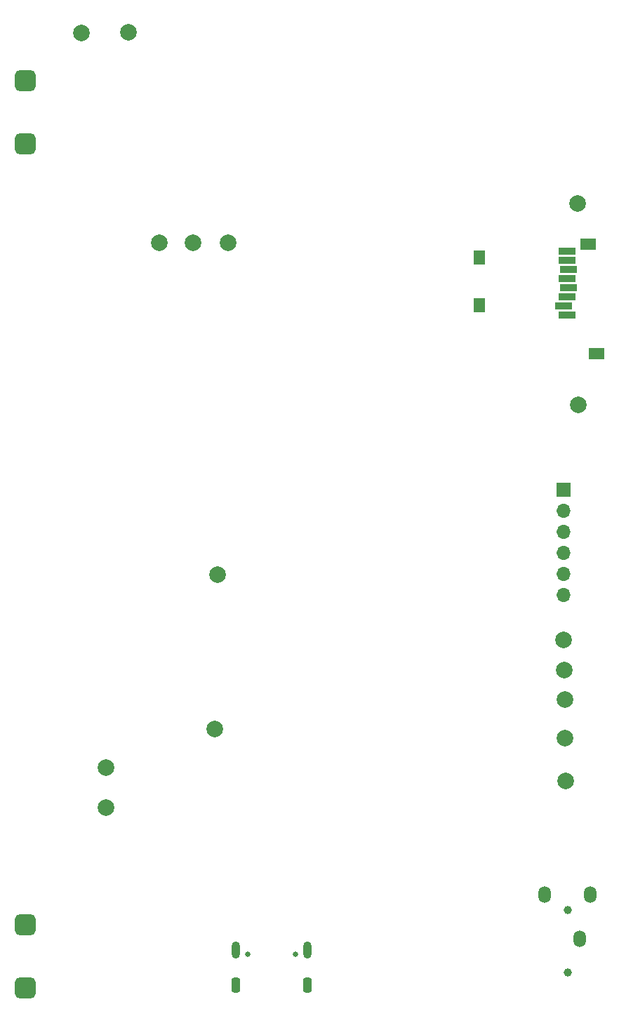
<source format=gbr>
%TF.GenerationSoftware,KiCad,Pcbnew,9.0.0*%
%TF.CreationDate,2025-04-11T15:06:13-04:00*%
%TF.ProjectId,Radiation3,52616469-6174-4696-9f6e-332e6b696361,rev?*%
%TF.SameCoordinates,Original*%
%TF.FileFunction,Soldermask,Bot*%
%TF.FilePolarity,Negative*%
%FSLAX46Y46*%
G04 Gerber Fmt 4.6, Leading zero omitted, Abs format (unit mm)*
G04 Created by KiCad (PCBNEW 9.0.0) date 2025-04-11 15:06:13*
%MOMM*%
%LPD*%
G01*
G04 APERTURE LIST*
G04 Aperture macros list*
%AMRoundRect*
0 Rectangle with rounded corners*
0 $1 Rounding radius*
0 $2 $3 $4 $5 $6 $7 $8 $9 X,Y pos of 4 corners*
0 Add a 4 corners polygon primitive as box body*
4,1,4,$2,$3,$4,$5,$6,$7,$8,$9,$2,$3,0*
0 Add four circle primitives for the rounded corners*
1,1,$1+$1,$2,$3*
1,1,$1+$1,$4,$5*
1,1,$1+$1,$6,$7*
1,1,$1+$1,$8,$9*
0 Add four rect primitives between the rounded corners*
20,1,$1+$1,$2,$3,$4,$5,0*
20,1,$1+$1,$4,$5,$6,$7,0*
20,1,$1+$1,$6,$7,$8,$9,0*
20,1,$1+$1,$8,$9,$2,$3,0*%
G04 Aperture macros list end*
%ADD10C,2.000000*%
%ADD11RoundRect,0.635000X-0.635000X-0.635000X0.635000X-0.635000X0.635000X0.635000X-0.635000X0.635000X0*%
%ADD12RoundRect,0.635000X0.635000X0.635000X-0.635000X0.635000X-0.635000X-0.635000X0.635000X-0.635000X0*%
%ADD13C,0.990600*%
%ADD14O,1.498600X2.006600*%
%ADD15C,0.650000*%
%ADD16O,1.000000X2.100000*%
%ADD17RoundRect,0.250000X-0.250000X-0.650000X0.250000X-0.650000X0.250000X0.650000X-0.250000X0.650000X0*%
%ADD18R,1.700000X1.700000*%
%ADD19O,1.700000X1.700000*%
%ADD20R,1.397000X1.803400*%
%ADD21R,1.905000X1.397000*%
%ADD22R,2.006600X0.812800*%
G04 APERTURE END LIST*
D10*
%TO.C,OUTL1*%
X105925000Y-159450000D03*
%TD*%
%TO.C,GND1*%
X50400000Y-162675000D03*
%TD*%
%TO.C,5V1*%
X63550000Y-153175000D03*
%TD*%
D11*
%TO.C,F1*%
X40700000Y-184477500D03*
X40700000Y-176857500D03*
D12*
X40695000Y-82582500D03*
X40695000Y-74962500D03*
%TD*%
D10*
%TO.C,LRCK1*%
X105700000Y-146075000D03*
%TD*%
%TO.C,DRAIN1*%
X65150000Y-94500000D03*
%TD*%
D13*
%TO.C,J2*%
X106099876Y-182590435D03*
X106099876Y-175090435D03*
D14*
X107600000Y-178490435D03*
X103349818Y-173190433D03*
X108849817Y-173190433D03*
%TD*%
D10*
%TO.C,VBUS1*%
X50400000Y-157850000D03*
%TD*%
%TO.C,OUTR1*%
X105825000Y-154350000D03*
%TD*%
%TO.C,HIV-1*%
X47425000Y-69250000D03*
%TD*%
%TO.C,DOUT1*%
X105650000Y-142500000D03*
%TD*%
%TO.C,GND3*%
X107450000Y-114125000D03*
%TD*%
%TO.C,BCK1*%
X105800000Y-149675000D03*
%TD*%
%TO.C,STG1*%
X60900000Y-94500000D03*
%TD*%
%TO.C,+3.3V1*%
X63900000Y-134625000D03*
%TD*%
D15*
%TO.C,J1*%
X67510000Y-180420000D03*
X73290000Y-180420000D03*
D16*
X66080000Y-179920000D03*
X74720000Y-179920000D03*
D17*
X66080000Y-184100000D03*
X74720000Y-184100000D03*
%TD*%
D10*
%TO.C,PWM1*%
X53175000Y-69150000D03*
%TD*%
%TO.C,GND2*%
X107300000Y-89800000D03*
%TD*%
D18*
%TO.C,J4*%
X105600000Y-124380000D03*
D19*
X105600000Y-126920000D03*
X105600000Y-129460000D03*
X105600000Y-132000000D03*
X105600000Y-134540000D03*
X105600000Y-137080000D03*
%TD*%
D10*
%TO.C,HIV+1*%
X56900000Y-94500000D03*
%TD*%
D20*
%TO.C,J3*%
X95478399Y-96350000D03*
X95478399Y-102050001D03*
D21*
X108628401Y-94750000D03*
X109628401Y-107900002D03*
D22*
X106028401Y-103240001D03*
X105628402Y-102139927D03*
X106028401Y-101040001D03*
X106228401Y-99940000D03*
X106028401Y-98840000D03*
X106228401Y-97740000D03*
X106028401Y-96639999D03*
X106028401Y-95539999D03*
%TD*%
M02*

</source>
